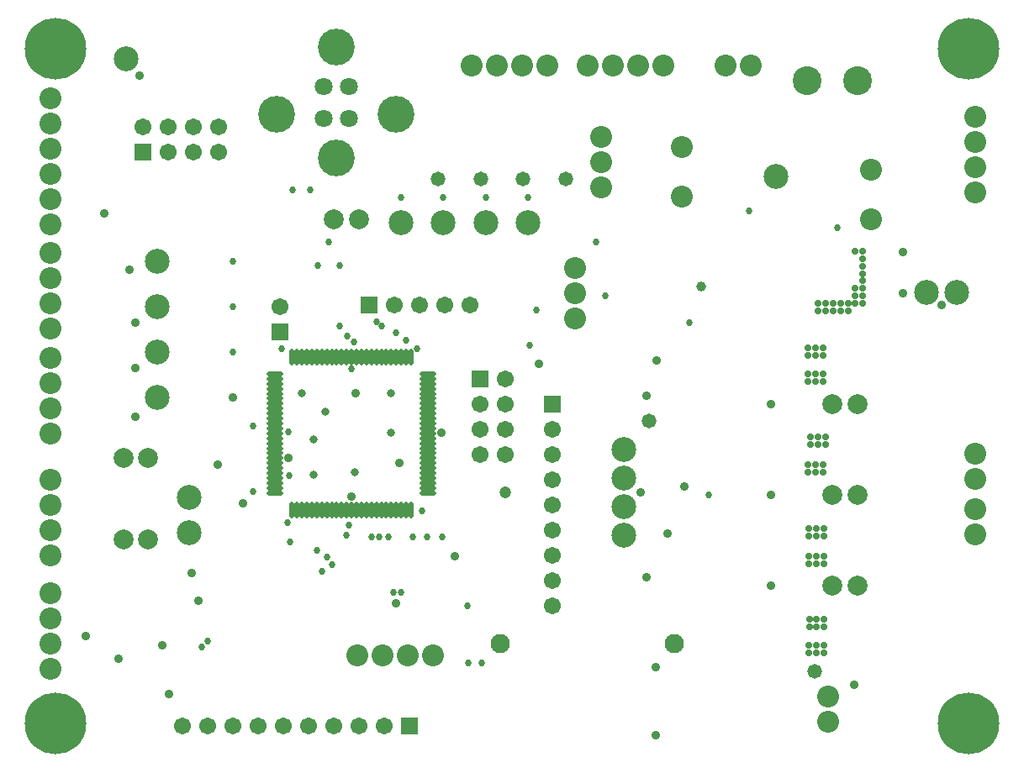
<source format=gts>
G04*
G04 #@! TF.GenerationSoftware,Altium Limited,Altium Designer,22.8.2 (66)*
G04*
G04 Layer_Color=8388736*
%FSLAX44Y44*%
%MOMM*%
G71*
G04*
G04 #@! TF.SameCoordinates,4CF88A4D-708D-413D-9FA9-C7E86D45AB9B*
G04*
G04*
G04 #@! TF.FilePolarity,Negative*
G04*
G01*
G75*
%ADD18O,0.5032X1.6532*%
%ADD19O,1.6532X0.5032*%
%ADD20C,2.0032*%
%ADD21C,1.8032*%
%ADD22C,3.7032*%
%ADD23C,1.7032*%
%ADD24R,1.7032X1.7032*%
%ADD25C,6.2032*%
%ADD26C,2.5032*%
%ADD27C,2.2032*%
%ADD28R,1.7032X1.7032*%
%ADD29C,1.9532*%
%ADD30C,2.9032*%
%ADD31C,0.7032*%
%ADD32C,0.6932*%
%ADD33C,0.9032*%
%ADD34C,0.8032*%
%ADD35C,1.2032*%
%ADD36C,1.0032*%
%ADD37C,1.4732*%
D18*
X782560Y646650D02*
D03*
X777560D02*
D03*
X767560D02*
D03*
X772560D02*
D03*
X762560D02*
D03*
X802560D02*
D03*
X807560D02*
D03*
X812560D02*
D03*
X857560D02*
D03*
X852560D02*
D03*
X847560D02*
D03*
X842560D02*
D03*
X837560D02*
D03*
X832560D02*
D03*
X827560D02*
D03*
X822560D02*
D03*
X817560D02*
D03*
X797560D02*
D03*
X792560D02*
D03*
X787560D02*
D03*
X757560D02*
D03*
X752560D02*
D03*
X747560D02*
D03*
X742560D02*
D03*
X737560D02*
D03*
Y801150D02*
D03*
X742560D02*
D03*
X747560D02*
D03*
X752560D02*
D03*
X757560D02*
D03*
X762560D02*
D03*
X767560D02*
D03*
X772560D02*
D03*
X777560D02*
D03*
X782560D02*
D03*
X787560D02*
D03*
X792560D02*
D03*
X797560D02*
D03*
X802560D02*
D03*
X807560D02*
D03*
X812560D02*
D03*
X817560D02*
D03*
X822560D02*
D03*
X827560D02*
D03*
X832560D02*
D03*
X837560D02*
D03*
X842560D02*
D03*
X847560D02*
D03*
X852560D02*
D03*
X857560D02*
D03*
D19*
X720310Y663900D02*
D03*
Y668900D02*
D03*
Y673900D02*
D03*
Y678900D02*
D03*
Y683900D02*
D03*
Y688900D02*
D03*
Y693900D02*
D03*
Y698900D02*
D03*
Y703900D02*
D03*
Y708900D02*
D03*
Y713900D02*
D03*
Y718900D02*
D03*
Y723900D02*
D03*
Y728900D02*
D03*
Y733900D02*
D03*
Y738900D02*
D03*
Y743900D02*
D03*
Y748900D02*
D03*
Y753900D02*
D03*
Y758900D02*
D03*
Y763900D02*
D03*
Y768900D02*
D03*
Y773900D02*
D03*
Y778900D02*
D03*
Y783900D02*
D03*
X874810D02*
D03*
Y778900D02*
D03*
Y773900D02*
D03*
Y768900D02*
D03*
Y763900D02*
D03*
Y758900D02*
D03*
Y753900D02*
D03*
Y748900D02*
D03*
Y743900D02*
D03*
Y738900D02*
D03*
Y733900D02*
D03*
Y728900D02*
D03*
Y723900D02*
D03*
Y718900D02*
D03*
Y713900D02*
D03*
Y708900D02*
D03*
Y703900D02*
D03*
Y698900D02*
D03*
Y693900D02*
D03*
Y688900D02*
D03*
Y683900D02*
D03*
Y678900D02*
D03*
Y673900D02*
D03*
Y668900D02*
D03*
Y663900D02*
D03*
D20*
X1281830Y570230D02*
D03*
X1306830D02*
D03*
X1281830Y753111D02*
D03*
X1306830D02*
D03*
X567830Y698900D02*
D03*
X592830D02*
D03*
X592610Y617220D02*
D03*
X567610D02*
D03*
X1306830Y661670D02*
D03*
X1281830D02*
D03*
X779980Y939800D02*
D03*
X804980D02*
D03*
D21*
X794620Y1040950D02*
D03*
X769620D02*
D03*
Y1073150D02*
D03*
X794620D02*
D03*
D22*
X721970Y1045550D02*
D03*
X842270D02*
D03*
X782120Y1113350D02*
D03*
Y1001450D02*
D03*
D23*
X916940Y853440D02*
D03*
X891540D02*
D03*
X866140D02*
D03*
X840740D02*
D03*
X999490Y702310D02*
D03*
Y676910D02*
D03*
Y651510D02*
D03*
Y626110D02*
D03*
Y600710D02*
D03*
Y575310D02*
D03*
Y549910D02*
D03*
Y727710D02*
D03*
X587380Y1032600D02*
D03*
X612780Y1007200D02*
D03*
Y1032600D02*
D03*
X638180Y1007200D02*
D03*
Y1032600D02*
D03*
X663580Y1007200D02*
D03*
Y1032600D02*
D03*
X952500Y778510D02*
D03*
X927100Y753110D02*
D03*
X952500D02*
D03*
X927100Y727710D02*
D03*
X952500D02*
D03*
X927100Y702310D02*
D03*
X952500D02*
D03*
X725170Y851782D02*
D03*
X805180Y429260D02*
D03*
X627380D02*
D03*
X652780D02*
D03*
X678180D02*
D03*
X703580D02*
D03*
X728980D02*
D03*
X754380D02*
D03*
X779780D02*
D03*
X830580D02*
D03*
D24*
X815340Y853440D02*
D03*
X587380Y1007200D02*
D03*
X855980Y429260D02*
D03*
D25*
X1419110Y431250D02*
D03*
X499110D02*
D03*
Y1111250D02*
D03*
X1419110D02*
D03*
D26*
X601980Y759940D02*
D03*
X847090Y935910D02*
D03*
X975360D02*
D03*
X932603D02*
D03*
X889847D02*
D03*
X570230Y1101090D02*
D03*
X1225360Y982990D02*
D03*
X1407160Y866140D02*
D03*
X1376680D02*
D03*
X1071800Y707390D02*
D03*
Y621030D02*
D03*
Y649817D02*
D03*
Y678603D02*
D03*
X633730Y659130D02*
D03*
Y623570D02*
D03*
X601980Y897100D02*
D03*
Y851380D02*
D03*
Y805660D02*
D03*
D27*
X1174120Y1094740D02*
D03*
X1199520D02*
D03*
X494670Y829400D02*
D03*
Y854800D02*
D03*
Y774790D02*
D03*
Y800190D02*
D03*
Y723990D02*
D03*
Y749390D02*
D03*
X1425702Y966724D02*
D03*
Y992124D02*
D03*
Y1017524D02*
D03*
Y1042924D02*
D03*
X1129919Y1012520D02*
D03*
Y962520D02*
D03*
X918850Y1094740D02*
D03*
X944250D02*
D03*
X969650D02*
D03*
X995050D02*
D03*
X1060450D02*
D03*
X1035050D02*
D03*
X1085850D02*
D03*
X1111250D02*
D03*
X1320800Y939330D02*
D03*
Y989330D02*
D03*
X1049020Y1022350D02*
D03*
Y996950D02*
D03*
Y971550D02*
D03*
X1022350Y890270D02*
D03*
Y864870D02*
D03*
Y839470D02*
D03*
X1277620Y458470D02*
D03*
Y433070D02*
D03*
X494670Y905600D02*
D03*
Y880200D02*
D03*
Y486500D02*
D03*
Y511900D02*
D03*
Y537300D02*
D03*
Y562700D02*
D03*
Y600800D02*
D03*
Y626200D02*
D03*
Y651600D02*
D03*
Y677000D02*
D03*
X879950Y500380D02*
D03*
X854550D02*
D03*
X829150D02*
D03*
X803750D02*
D03*
X1425580Y622390D02*
D03*
Y647790D02*
D03*
Y678270D02*
D03*
Y703670D02*
D03*
X494670Y934810D02*
D03*
Y1061810D02*
D03*
Y1036410D02*
D03*
Y1011010D02*
D03*
Y985610D02*
D03*
Y960210D02*
D03*
D28*
X999490Y753110D02*
D03*
X927100Y778510D02*
D03*
X725170Y826382D02*
D03*
D29*
X947550Y511837D02*
D03*
X1122550D02*
D03*
D30*
X1256030Y1079240D02*
D03*
X1306830D02*
D03*
D31*
X1312502Y907501D02*
D03*
Y900001D02*
D03*
Y892501D02*
D03*
Y885001D02*
D03*
Y877501D02*
D03*
Y870001D02*
D03*
Y862501D02*
D03*
Y855001D02*
D03*
X1305002Y907501D02*
D03*
Y870001D02*
D03*
Y862501D02*
D03*
Y855001D02*
D03*
X1297502D02*
D03*
Y847501D02*
D03*
X1290002Y855001D02*
D03*
Y847501D02*
D03*
X1282502Y855001D02*
D03*
Y847501D02*
D03*
X1275002Y855001D02*
D03*
Y847501D02*
D03*
X1267502Y855001D02*
D03*
Y847501D02*
D03*
X1273502Y536501D02*
D03*
Y529001D02*
D03*
X1266002Y536501D02*
D03*
Y529001D02*
D03*
X1258502Y536501D02*
D03*
Y529001D02*
D03*
X1273002Y628001D02*
D03*
Y620501D02*
D03*
X1265502Y628001D02*
D03*
Y620501D02*
D03*
X1258002Y628001D02*
D03*
Y620501D02*
D03*
X1275002Y720001D02*
D03*
Y712501D02*
D03*
X1267502Y720001D02*
D03*
Y712501D02*
D03*
X1260002Y720001D02*
D03*
Y712501D02*
D03*
X1257002Y802501D02*
D03*
X1264502D02*
D03*
X1272002D02*
D03*
Y810001D02*
D03*
X1264502D02*
D03*
X1257002D02*
D03*
X1272502Y783751D02*
D03*
Y776251D02*
D03*
X1265002Y783751D02*
D03*
Y776251D02*
D03*
X1257502Y783751D02*
D03*
Y776251D02*
D03*
X1272502Y692001D02*
D03*
Y684501D02*
D03*
X1265002Y692001D02*
D03*
Y684501D02*
D03*
X1257502Y692001D02*
D03*
Y684501D02*
D03*
X1273002Y600001D02*
D03*
Y592501D02*
D03*
X1265502Y600001D02*
D03*
Y592501D02*
D03*
X1258002Y600001D02*
D03*
Y592501D02*
D03*
X1273002Y510001D02*
D03*
Y502501D02*
D03*
X1265502Y510001D02*
D03*
Y502501D02*
D03*
X1258002Y510001D02*
D03*
Y502501D02*
D03*
D32*
X822560Y835990D02*
D03*
X817560Y619328D02*
D03*
X834898D02*
D03*
X825246D02*
D03*
X839419Y563329D02*
D03*
X847560D02*
D03*
X858894Y619328D02*
D03*
X868680Y646176D02*
D03*
X873947Y619328D02*
D03*
X889000D02*
D03*
X1137780Y835510D02*
D03*
X1043650Y917090D02*
D03*
X983690Y848360D02*
D03*
X975360Y961590D02*
D03*
X932603D02*
D03*
X847090D02*
D03*
X889847D02*
D03*
X774915Y917090D02*
D03*
X797560Y788670D02*
D03*
X785980Y832130D02*
D03*
X1286510Y931279D02*
D03*
X1052830Y862960D02*
D03*
X976630Y812800D02*
D03*
X735330Y614680D02*
D03*
X755650Y969010D02*
D03*
X737870D02*
D03*
X1197610Y948420D02*
D03*
X762560Y605924D02*
D03*
X772560Y598924D02*
D03*
X777560Y591924D02*
D03*
X767560Y584924D02*
D03*
X734957Y681370D02*
D03*
X734060Y725170D02*
D03*
X727560Y808990D02*
D03*
X793473Y821600D02*
D03*
X800250Y815646D02*
D03*
X863600Y808990D02*
D03*
X795020Y631190D02*
D03*
X792560Y621030D02*
D03*
X732790Y633730D02*
D03*
X698500Y665480D02*
D03*
Y731520D02*
D03*
X678180Y851380D02*
D03*
X1156970Y661670D02*
D03*
X763700Y892810D02*
D03*
X785700D02*
D03*
X914400Y550060D02*
D03*
X928280Y492850D02*
D03*
X915520D02*
D03*
X652780Y514350D02*
D03*
X646430Y508638D02*
D03*
X678180Y897100D02*
D03*
Y805660D02*
D03*
X827560Y831850D02*
D03*
X842560Y825500D02*
D03*
X852560Y817880D02*
D03*
D33*
X901446Y599948D02*
D03*
X584190Y1084590D02*
D03*
X842645Y552900D02*
D03*
X1391920Y853642D02*
D03*
X1352910Y865119D02*
D03*
Y906779D02*
D03*
X797560Y660400D02*
D03*
X734060Y698900D02*
D03*
X887970Y724918D02*
D03*
X802005Y764390D02*
D03*
X845820Y693900D02*
D03*
X985929Y794110D02*
D03*
X1303580Y470309D02*
D03*
X1219609Y753111D02*
D03*
Y661670D02*
D03*
Y570230D02*
D03*
X548560Y945741D02*
D03*
X573560Y889100D02*
D03*
X579480Y835850D02*
D03*
Y789820D02*
D03*
X580121Y740940D02*
D03*
X662560Y692320D02*
D03*
X688020Y653571D02*
D03*
X613819Y461310D02*
D03*
X529740Y519430D02*
D03*
X636529Y582930D02*
D03*
X643631Y555410D02*
D03*
X606780Y510630D02*
D03*
X562730Y496691D02*
D03*
X1104039Y487980D02*
D03*
Y420099D02*
D03*
X1088300Y664210D02*
D03*
X1132840Y670560D02*
D03*
X1115970Y622700D02*
D03*
X1094300Y578606D02*
D03*
Y761486D02*
D03*
X1104900Y797560D02*
D03*
X678180Y759940D02*
D03*
D34*
X837560Y764390D02*
D03*
X747880D02*
D03*
X770945Y745863D02*
D03*
X837560Y724918D02*
D03*
X800735Y684680D02*
D03*
X759610Y718185D02*
D03*
Y682625D02*
D03*
D35*
X952500Y664210D02*
D03*
D36*
X1149350Y872147D02*
D03*
D37*
X1013460Y980590D02*
D03*
X884288D02*
D03*
X970551D02*
D03*
X927930D02*
D03*
X1263650Y483870D02*
D03*
X1097280Y736086D02*
D03*
M02*

</source>
